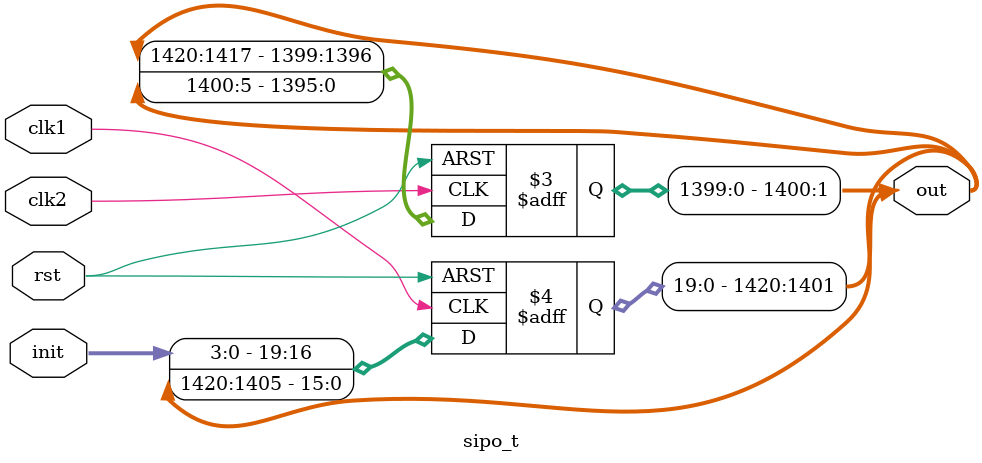
<source format=sv>
`timescale 1ns / 1ps

module ternary(rst, clk1, clk2, bits, rm);
	parameter RANDOM_BITS = 16, R_BITS = 1400, TER_BITS = 20;
	input rst, clk1, clk2;
	input [RANDOM_BITS:1] bits;
	output [R_BITS+TER_BITS:1] rm;
	wire[3:0] mod3;

    mod3_i8_o2 MOD3_1 ( .in( bits[8:1] ) , .out( mod3[1:0] ) );
	mod3_i8_o2 MOD3_2 ( .in( bits[16:9] ) , .out( mod3[3:2] ) );

    sipo_t SIPO_T ( .rst( rst ), .clk1( clk1 ), .clk2( clk2 ), .init( mod3[3:0] ),
	.out( rm ) );

endmodule // ternary

module sipo_t (rst, clk1, clk2, init, out);
	parameter R_BITS = 1400, TER_BITS = 20;
	input rst, clk1, clk2;
	input[3:0] init;
	output reg[R_BITS+TER_BITS:1] out;

	always @ ( posedge rst or posedge clk1 ) begin
		if(rst) begin
			out[R_BITS+TER_BITS : R_BITS+1] <= 0;
		end
		else begin
			#0.3 out[R_BITS+TER_BITS : R_BITS+1] <= {init, out[R_BITS+TER_BITS : R_BITS+5]};
		end
	end

	always @ ( posedge rst or posedge clk2 ) begin
		if(rst) begin
			out[R_BITS:1] <= 0;
		end
		else begin
			#0.3 {out[R_BITS:1]} <= {out[R_BITS+TER_BITS : R_BITS+TER_BITS-3], out[R_BITS:5]};
		end
	end

endmodule

</source>
